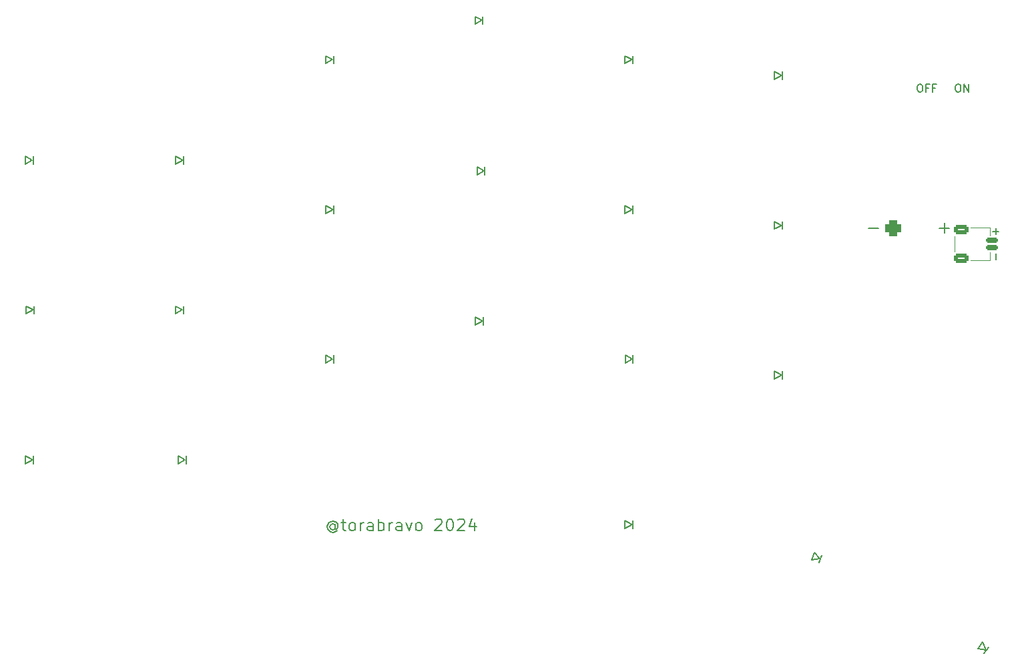
<source format=gto>
G04 #@! TF.GenerationSoftware,KiCad,Pcbnew,8.0.2-1*
G04 #@! TF.CreationDate,2024-09-12T16:13:46+03:00*
G04 #@! TF.ProjectId,pcb,7063622e-6b69-4636-9164-5f7063625858,rev?*
G04 #@! TF.SameCoordinates,Original*
G04 #@! TF.FileFunction,Legend,Top*
G04 #@! TF.FilePolarity,Positive*
%FSLAX46Y46*%
G04 Gerber Fmt 4.6, Leading zero omitted, Abs format (unit mm)*
G04 Created by KiCad (PCBNEW 8.0.2-1) date 2024-09-12 16:13:46*
%MOMM*%
%LPD*%
G01*
G04 APERTURE LIST*
G04 Aperture macros list*
%AMRoundRect*
0 Rectangle with rounded corners*
0 $1 Rounding radius*
0 $2 $3 $4 $5 $6 $7 $8 $9 X,Y pos of 4 corners*
0 Add a 4 corners polygon primitive as box body*
4,1,4,$2,$3,$4,$5,$6,$7,$8,$9,$2,$3,0*
0 Add four circle primitives for the rounded corners*
1,1,$1+$1,$2,$3*
1,1,$1+$1,$4,$5*
1,1,$1+$1,$6,$7*
1,1,$1+$1,$8,$9*
0 Add four rect primitives between the rounded corners*
20,1,$1+$1,$2,$3,$4,$5,0*
20,1,$1+$1,$4,$5,$6,$7,0*
20,1,$1+$1,$6,$7,$8,$9,0*
20,1,$1+$1,$8,$9,$2,$3,0*%
%AMRotRect*
0 Rectangle, with rotation*
0 The origin of the aperture is its center*
0 $1 length*
0 $2 width*
0 $3 Rotation angle, in degrees counterclockwise*
0 Add horizontal line*
21,1,$1,$2,0,0,$3*%
%AMOutline5P*
0 Free polygon, 5 corners , with rotation*
0 The origin of the aperture is its center*
0 number of corners: always 5*
0 $1 to $10 corner X, Y*
0 $11 Rotation angle, in degrees counterclockwise*
0 create outline with 5 corners*
4,1,5,$1,$2,$3,$4,$5,$6,$7,$8,$9,$10,$1,$2,$11*%
%AMOutline6P*
0 Free polygon, 6 corners , with rotation*
0 The origin of the aperture is its center*
0 number of corners: always 6*
0 $1 to $12 corner X, Y*
0 $13 Rotation angle, in degrees counterclockwise*
0 create outline with 6 corners*
4,1,6,$1,$2,$3,$4,$5,$6,$7,$8,$9,$10,$11,$12,$1,$2,$13*%
%AMOutline7P*
0 Free polygon, 7 corners , with rotation*
0 The origin of the aperture is its center*
0 number of corners: always 7*
0 $1 to $14 corner X, Y*
0 $15 Rotation angle, in degrees counterclockwise*
0 create outline with 7 corners*
4,1,7,$1,$2,$3,$4,$5,$6,$7,$8,$9,$10,$11,$12,$13,$14,$1,$2,$15*%
%AMOutline8P*
0 Free polygon, 8 corners , with rotation*
0 The origin of the aperture is its center*
0 number of corners: always 8*
0 $1 to $16 corner X, Y*
0 $17 Rotation angle, in degrees counterclockwise*
0 create outline with 8 corners*
4,1,8,$1,$2,$3,$4,$5,$6,$7,$8,$9,$10,$11,$12,$13,$14,$15,$16,$1,$2,$17*%
G04 Aperture macros list end*
%ADD10C,0.187500*%
%ADD11C,0.150000*%
%ADD12C,0.200000*%
%ADD13C,0.120000*%
%ADD14C,4.200000*%
%ADD15C,2.000000*%
%ADD16RoundRect,0.500000X-0.500000X0.500000X-0.500000X-0.500000X0.500000X-0.500000X0.500000X0.500000X0*%
%ADD17R,1.000000X0.800000*%
%ADD18C,0.900000*%
%ADD19R,0.700000X1.280000*%
%ADD20Outline5P,-0.350000X0.640000X0.350000X0.640000X0.350000X-0.360000X0.070000X-0.640000X-0.350000X-0.640000X180.000000*%
%ADD21RoundRect,0.150000X-0.625000X0.150000X-0.625000X-0.150000X0.625000X-0.150000X0.625000X0.150000X0*%
%ADD22RoundRect,0.250000X-0.650000X0.350000X-0.650000X-0.350000X0.650000X-0.350000X0.650000X0.350000X0*%
%ADD23RotRect,1.425000X1.300000X322.000000*%
%ADD24RotRect,1.425000X1.300000X341.000000*%
%ADD25R,1.425000X1.300000*%
%ADD26C,3.000000*%
%ADD27C,5.100000*%
%ADD28R,2.000000X2.500000*%
%ADD29O,2.750000X1.800000*%
%ADD30C,1.600000*%
%ADD31RotRect,2.000000X2.500000X322.000000*%
%ADD32RotRect,2.000000X2.500000X341.000000*%
G04 APERTURE END LIST*
D10*
X123209069Y-115783362D02*
X123137640Y-115711934D01*
X123137640Y-115711934D02*
X122994783Y-115640505D01*
X122994783Y-115640505D02*
X122851926Y-115640505D01*
X122851926Y-115640505D02*
X122709069Y-115711934D01*
X122709069Y-115711934D02*
X122637640Y-115783362D01*
X122637640Y-115783362D02*
X122566212Y-115926220D01*
X122566212Y-115926220D02*
X122566212Y-116069077D01*
X122566212Y-116069077D02*
X122637640Y-116211934D01*
X122637640Y-116211934D02*
X122709069Y-116283362D01*
X122709069Y-116283362D02*
X122851926Y-116354791D01*
X122851926Y-116354791D02*
X122994783Y-116354791D01*
X122994783Y-116354791D02*
X123137640Y-116283362D01*
X123137640Y-116283362D02*
X123209069Y-116211934D01*
X123209069Y-115640505D02*
X123209069Y-116211934D01*
X123209069Y-116211934D02*
X123280497Y-116283362D01*
X123280497Y-116283362D02*
X123351926Y-116283362D01*
X123351926Y-116283362D02*
X123494783Y-116211934D01*
X123494783Y-116211934D02*
X123566212Y-116069077D01*
X123566212Y-116069077D02*
X123566212Y-115711934D01*
X123566212Y-115711934D02*
X123423355Y-115497648D01*
X123423355Y-115497648D02*
X123209069Y-115354791D01*
X123209069Y-115354791D02*
X122923355Y-115283362D01*
X122923355Y-115283362D02*
X122637640Y-115354791D01*
X122637640Y-115354791D02*
X122423355Y-115497648D01*
X122423355Y-115497648D02*
X122280497Y-115711934D01*
X122280497Y-115711934D02*
X122209069Y-115997648D01*
X122209069Y-115997648D02*
X122280497Y-116283362D01*
X122280497Y-116283362D02*
X122423355Y-116497648D01*
X122423355Y-116497648D02*
X122637640Y-116640505D01*
X122637640Y-116640505D02*
X122923355Y-116711934D01*
X122923355Y-116711934D02*
X123209069Y-116640505D01*
X123209069Y-116640505D02*
X123423355Y-116497648D01*
X123994783Y-115497648D02*
X124566211Y-115497648D01*
X124209068Y-114997648D02*
X124209068Y-116283362D01*
X124209068Y-116283362D02*
X124280497Y-116426220D01*
X124280497Y-116426220D02*
X124423354Y-116497648D01*
X124423354Y-116497648D02*
X124566211Y-116497648D01*
X125280497Y-116497648D02*
X125137640Y-116426220D01*
X125137640Y-116426220D02*
X125066211Y-116354791D01*
X125066211Y-116354791D02*
X124994783Y-116211934D01*
X124994783Y-116211934D02*
X124994783Y-115783362D01*
X124994783Y-115783362D02*
X125066211Y-115640505D01*
X125066211Y-115640505D02*
X125137640Y-115569077D01*
X125137640Y-115569077D02*
X125280497Y-115497648D01*
X125280497Y-115497648D02*
X125494783Y-115497648D01*
X125494783Y-115497648D02*
X125637640Y-115569077D01*
X125637640Y-115569077D02*
X125709069Y-115640505D01*
X125709069Y-115640505D02*
X125780497Y-115783362D01*
X125780497Y-115783362D02*
X125780497Y-116211934D01*
X125780497Y-116211934D02*
X125709069Y-116354791D01*
X125709069Y-116354791D02*
X125637640Y-116426220D01*
X125637640Y-116426220D02*
X125494783Y-116497648D01*
X125494783Y-116497648D02*
X125280497Y-116497648D01*
X126423354Y-116497648D02*
X126423354Y-115497648D01*
X126423354Y-115783362D02*
X126494783Y-115640505D01*
X126494783Y-115640505D02*
X126566212Y-115569077D01*
X126566212Y-115569077D02*
X126709069Y-115497648D01*
X126709069Y-115497648D02*
X126851926Y-115497648D01*
X127994783Y-116497648D02*
X127994783Y-115711934D01*
X127994783Y-115711934D02*
X127923354Y-115569077D01*
X127923354Y-115569077D02*
X127780497Y-115497648D01*
X127780497Y-115497648D02*
X127494783Y-115497648D01*
X127494783Y-115497648D02*
X127351925Y-115569077D01*
X127994783Y-116426220D02*
X127851925Y-116497648D01*
X127851925Y-116497648D02*
X127494783Y-116497648D01*
X127494783Y-116497648D02*
X127351925Y-116426220D01*
X127351925Y-116426220D02*
X127280497Y-116283362D01*
X127280497Y-116283362D02*
X127280497Y-116140505D01*
X127280497Y-116140505D02*
X127351925Y-115997648D01*
X127351925Y-115997648D02*
X127494783Y-115926220D01*
X127494783Y-115926220D02*
X127851925Y-115926220D01*
X127851925Y-115926220D02*
X127994783Y-115854791D01*
X128709068Y-116497648D02*
X128709068Y-114997648D01*
X128709068Y-115569077D02*
X128851926Y-115497648D01*
X128851926Y-115497648D02*
X129137640Y-115497648D01*
X129137640Y-115497648D02*
X129280497Y-115569077D01*
X129280497Y-115569077D02*
X129351926Y-115640505D01*
X129351926Y-115640505D02*
X129423354Y-115783362D01*
X129423354Y-115783362D02*
X129423354Y-116211934D01*
X129423354Y-116211934D02*
X129351926Y-116354791D01*
X129351926Y-116354791D02*
X129280497Y-116426220D01*
X129280497Y-116426220D02*
X129137640Y-116497648D01*
X129137640Y-116497648D02*
X128851926Y-116497648D01*
X128851926Y-116497648D02*
X128709068Y-116426220D01*
X130066211Y-116497648D02*
X130066211Y-115497648D01*
X130066211Y-115783362D02*
X130137640Y-115640505D01*
X130137640Y-115640505D02*
X130209069Y-115569077D01*
X130209069Y-115569077D02*
X130351926Y-115497648D01*
X130351926Y-115497648D02*
X130494783Y-115497648D01*
X131637640Y-116497648D02*
X131637640Y-115711934D01*
X131637640Y-115711934D02*
X131566211Y-115569077D01*
X131566211Y-115569077D02*
X131423354Y-115497648D01*
X131423354Y-115497648D02*
X131137640Y-115497648D01*
X131137640Y-115497648D02*
X130994782Y-115569077D01*
X131637640Y-116426220D02*
X131494782Y-116497648D01*
X131494782Y-116497648D02*
X131137640Y-116497648D01*
X131137640Y-116497648D02*
X130994782Y-116426220D01*
X130994782Y-116426220D02*
X130923354Y-116283362D01*
X130923354Y-116283362D02*
X130923354Y-116140505D01*
X130923354Y-116140505D02*
X130994782Y-115997648D01*
X130994782Y-115997648D02*
X131137640Y-115926220D01*
X131137640Y-115926220D02*
X131494782Y-115926220D01*
X131494782Y-115926220D02*
X131637640Y-115854791D01*
X132209068Y-115497648D02*
X132566211Y-116497648D01*
X132566211Y-116497648D02*
X132923354Y-115497648D01*
X133709068Y-116497648D02*
X133566211Y-116426220D01*
X133566211Y-116426220D02*
X133494782Y-116354791D01*
X133494782Y-116354791D02*
X133423354Y-116211934D01*
X133423354Y-116211934D02*
X133423354Y-115783362D01*
X133423354Y-115783362D02*
X133494782Y-115640505D01*
X133494782Y-115640505D02*
X133566211Y-115569077D01*
X133566211Y-115569077D02*
X133709068Y-115497648D01*
X133709068Y-115497648D02*
X133923354Y-115497648D01*
X133923354Y-115497648D02*
X134066211Y-115569077D01*
X134066211Y-115569077D02*
X134137640Y-115640505D01*
X134137640Y-115640505D02*
X134209068Y-115783362D01*
X134209068Y-115783362D02*
X134209068Y-116211934D01*
X134209068Y-116211934D02*
X134137640Y-116354791D01*
X134137640Y-116354791D02*
X134066211Y-116426220D01*
X134066211Y-116426220D02*
X133923354Y-116497648D01*
X133923354Y-116497648D02*
X133709068Y-116497648D01*
X135923354Y-115140505D02*
X135994782Y-115069077D01*
X135994782Y-115069077D02*
X136137640Y-114997648D01*
X136137640Y-114997648D02*
X136494782Y-114997648D01*
X136494782Y-114997648D02*
X136637640Y-115069077D01*
X136637640Y-115069077D02*
X136709068Y-115140505D01*
X136709068Y-115140505D02*
X136780497Y-115283362D01*
X136780497Y-115283362D02*
X136780497Y-115426220D01*
X136780497Y-115426220D02*
X136709068Y-115640505D01*
X136709068Y-115640505D02*
X135851925Y-116497648D01*
X135851925Y-116497648D02*
X136780497Y-116497648D01*
X137709068Y-114997648D02*
X137851925Y-114997648D01*
X137851925Y-114997648D02*
X137994782Y-115069077D01*
X137994782Y-115069077D02*
X138066211Y-115140505D01*
X138066211Y-115140505D02*
X138137639Y-115283362D01*
X138137639Y-115283362D02*
X138209068Y-115569077D01*
X138209068Y-115569077D02*
X138209068Y-115926220D01*
X138209068Y-115926220D02*
X138137639Y-116211934D01*
X138137639Y-116211934D02*
X138066211Y-116354791D01*
X138066211Y-116354791D02*
X137994782Y-116426220D01*
X137994782Y-116426220D02*
X137851925Y-116497648D01*
X137851925Y-116497648D02*
X137709068Y-116497648D01*
X137709068Y-116497648D02*
X137566211Y-116426220D01*
X137566211Y-116426220D02*
X137494782Y-116354791D01*
X137494782Y-116354791D02*
X137423353Y-116211934D01*
X137423353Y-116211934D02*
X137351925Y-115926220D01*
X137351925Y-115926220D02*
X137351925Y-115569077D01*
X137351925Y-115569077D02*
X137423353Y-115283362D01*
X137423353Y-115283362D02*
X137494782Y-115140505D01*
X137494782Y-115140505D02*
X137566211Y-115069077D01*
X137566211Y-115069077D02*
X137709068Y-114997648D01*
X138780496Y-115140505D02*
X138851924Y-115069077D01*
X138851924Y-115069077D02*
X138994782Y-114997648D01*
X138994782Y-114997648D02*
X139351924Y-114997648D01*
X139351924Y-114997648D02*
X139494782Y-115069077D01*
X139494782Y-115069077D02*
X139566210Y-115140505D01*
X139566210Y-115140505D02*
X139637639Y-115283362D01*
X139637639Y-115283362D02*
X139637639Y-115426220D01*
X139637639Y-115426220D02*
X139566210Y-115640505D01*
X139566210Y-115640505D02*
X138709067Y-116497648D01*
X138709067Y-116497648D02*
X139637639Y-116497648D01*
X140923353Y-115497648D02*
X140923353Y-116497648D01*
X140566210Y-114926220D02*
X140209067Y-115997648D01*
X140209067Y-115997648D02*
X141137638Y-115997648D01*
D11*
X202130952Y-59840865D02*
X202321428Y-59840865D01*
X202321428Y-59840865D02*
X202416666Y-59888484D01*
X202416666Y-59888484D02*
X202511904Y-59983722D01*
X202511904Y-59983722D02*
X202559523Y-60174198D01*
X202559523Y-60174198D02*
X202559523Y-60507531D01*
X202559523Y-60507531D02*
X202511904Y-60698007D01*
X202511904Y-60698007D02*
X202416666Y-60793246D01*
X202416666Y-60793246D02*
X202321428Y-60840865D01*
X202321428Y-60840865D02*
X202130952Y-60840865D01*
X202130952Y-60840865D02*
X202035714Y-60793246D01*
X202035714Y-60793246D02*
X201940476Y-60698007D01*
X201940476Y-60698007D02*
X201892857Y-60507531D01*
X201892857Y-60507531D02*
X201892857Y-60174198D01*
X201892857Y-60174198D02*
X201940476Y-59983722D01*
X201940476Y-59983722D02*
X202035714Y-59888484D01*
X202035714Y-59888484D02*
X202130952Y-59840865D01*
X202988095Y-60840865D02*
X202988095Y-59840865D01*
X202988095Y-59840865D02*
X203559523Y-60840865D01*
X203559523Y-60840865D02*
X203559523Y-59840865D01*
X197297619Y-59840865D02*
X197488095Y-59840865D01*
X197488095Y-59840865D02*
X197583333Y-59888484D01*
X197583333Y-59888484D02*
X197678571Y-59983722D01*
X197678571Y-59983722D02*
X197726190Y-60174198D01*
X197726190Y-60174198D02*
X197726190Y-60507531D01*
X197726190Y-60507531D02*
X197678571Y-60698007D01*
X197678571Y-60698007D02*
X197583333Y-60793246D01*
X197583333Y-60793246D02*
X197488095Y-60840865D01*
X197488095Y-60840865D02*
X197297619Y-60840865D01*
X197297619Y-60840865D02*
X197202381Y-60793246D01*
X197202381Y-60793246D02*
X197107143Y-60698007D01*
X197107143Y-60698007D02*
X197059524Y-60507531D01*
X197059524Y-60507531D02*
X197059524Y-60174198D01*
X197059524Y-60174198D02*
X197107143Y-59983722D01*
X197107143Y-59983722D02*
X197202381Y-59888484D01*
X197202381Y-59888484D02*
X197297619Y-59840865D01*
X198488095Y-60317055D02*
X198154762Y-60317055D01*
X198154762Y-60840865D02*
X198154762Y-59840865D01*
X198154762Y-59840865D02*
X198630952Y-59840865D01*
X199345238Y-60317055D02*
X199011905Y-60317055D01*
X199011905Y-60840865D02*
X199011905Y-59840865D01*
X199011905Y-59840865D02*
X199488095Y-59840865D01*
D12*
X201135000Y-78115970D02*
X199865000Y-78115970D01*
X200500000Y-78750970D02*
X200500000Y-77480970D01*
X192135000Y-78115970D02*
X190865000Y-78115970D01*
D13*
X206285000Y-78005970D02*
X206285000Y-79055970D01*
X203785000Y-78005970D02*
X206285000Y-78005970D01*
D12*
X207000000Y-78115970D02*
X207000000Y-78915970D01*
X207400000Y-78515970D02*
X206600000Y-78515970D01*
D13*
X201815000Y-79175970D02*
X201815000Y-81055970D01*
D12*
X207000000Y-81315970D02*
X207000000Y-82115970D01*
D13*
X206285000Y-82225970D02*
X206285000Y-81175970D01*
X203785000Y-82225970D02*
X206285000Y-82225970D01*
D12*
X205494744Y-132043301D02*
X206110405Y-131255290D01*
X204706733Y-131427640D02*
X205723773Y-131587730D01*
X205723773Y-131587730D02*
X205322394Y-130639629D01*
X204706733Y-131427640D02*
X205322394Y-130639629D01*
X184619861Y-120544560D02*
X184945429Y-119599042D01*
X183674343Y-120218992D02*
X184688093Y-120039244D01*
X184688093Y-120039244D02*
X183999911Y-119273474D01*
X183674343Y-120218992D02*
X183999911Y-119273474D01*
X179962500Y-97240970D02*
X179962500Y-96240970D01*
X178962500Y-97240970D02*
X179862500Y-96740970D01*
X179862500Y-96740970D02*
X178962500Y-96240970D01*
X178962500Y-97240970D02*
X178962500Y-96240970D01*
X160962500Y-116240970D02*
X160962500Y-115240970D01*
X159962500Y-116240970D02*
X160862500Y-115740970D01*
X160862500Y-115740970D02*
X159962500Y-115240970D01*
X159962500Y-116240970D02*
X159962500Y-115240970D01*
X104000000Y-69990970D02*
X104000000Y-68990970D01*
X103000000Y-69990970D02*
X103900000Y-69490970D01*
X103900000Y-69490970D02*
X103000000Y-68990970D01*
X103000000Y-69990970D02*
X103000000Y-68990970D01*
X103962500Y-88990970D02*
X103962500Y-87990970D01*
X102962500Y-88990970D02*
X103862500Y-88490970D01*
X103862500Y-88490970D02*
X102962500Y-87990970D01*
X102962500Y-88990970D02*
X102962500Y-87990970D01*
X161000000Y-95240970D02*
X161000000Y-94240970D01*
X160000000Y-95240970D02*
X160900000Y-94740970D01*
X160900000Y-94740970D02*
X160000000Y-94240970D01*
X160000000Y-95240970D02*
X160000000Y-94240970D01*
X179962500Y-59240970D02*
X179962500Y-58240970D01*
X178962500Y-59240970D02*
X179862500Y-58740970D01*
X179862500Y-58740970D02*
X178962500Y-58240970D01*
X178962500Y-59240970D02*
X178962500Y-58240970D01*
X85000000Y-88990970D02*
X85000000Y-87990970D01*
X84000000Y-88990970D02*
X84900000Y-88490970D01*
X84900000Y-88490970D02*
X84000000Y-87990970D01*
X84000000Y-88990970D02*
X84000000Y-87990970D01*
X179962500Y-78240970D02*
X179962500Y-77240970D01*
X178962500Y-78240970D02*
X179862500Y-77740970D01*
X179862500Y-77740970D02*
X178962500Y-77240970D01*
X178962500Y-78240970D02*
X178962500Y-77240970D01*
X141962500Y-52240970D02*
X141962500Y-51240970D01*
X140962500Y-52240970D02*
X141862500Y-51740970D01*
X141862500Y-51740970D02*
X140962500Y-51240970D01*
X140962500Y-52240970D02*
X140962500Y-51240970D01*
X142212500Y-71365970D02*
X142212500Y-70365970D01*
X141212500Y-71365970D02*
X142112500Y-70865970D01*
X142112500Y-70865970D02*
X141212500Y-70365970D01*
X141212500Y-71365970D02*
X141212500Y-70365970D01*
X160962500Y-57240970D02*
X160962500Y-56240970D01*
X159962500Y-57240970D02*
X160862500Y-56740970D01*
X160862500Y-56740970D02*
X159962500Y-56240970D01*
X159962500Y-57240970D02*
X159962500Y-56240970D01*
X123000000Y-57240970D02*
X123000000Y-56240970D01*
X122000000Y-57240970D02*
X122900000Y-56740970D01*
X122900000Y-56740970D02*
X122000000Y-56240970D01*
X122000000Y-57240970D02*
X122000000Y-56240970D01*
X84962500Y-107990970D02*
X84962500Y-106990970D01*
X83962500Y-107990970D02*
X84862500Y-107490970D01*
X84862500Y-107490970D02*
X83962500Y-106990970D01*
X83962500Y-107990970D02*
X83962500Y-106990970D01*
X160962500Y-76240970D02*
X160962500Y-75240970D01*
X159962500Y-76240970D02*
X160862500Y-75740970D01*
X160862500Y-75740970D02*
X159962500Y-75240970D01*
X159962500Y-76240970D02*
X159962500Y-75240970D01*
X123037500Y-76240970D02*
X123037500Y-75240970D01*
X122037500Y-76240970D02*
X122937500Y-75740970D01*
X122937500Y-75740970D02*
X122037500Y-75240970D01*
X122037500Y-76240970D02*
X122037500Y-75240970D01*
X123000000Y-95240970D02*
X123000000Y-94240970D01*
X122000000Y-95240970D02*
X122900000Y-94740970D01*
X122900000Y-94740970D02*
X122000000Y-94240970D01*
X122000000Y-95240970D02*
X122000000Y-94240970D01*
X104287500Y-107990970D02*
X104287500Y-106990970D01*
X103287500Y-107990970D02*
X104187500Y-107490970D01*
X104187500Y-107490970D02*
X103287500Y-106990970D01*
X103287500Y-107990970D02*
X103287500Y-106990970D01*
X84900000Y-69990970D02*
X84900000Y-68990970D01*
X83900000Y-69990970D02*
X84800000Y-69490970D01*
X84800000Y-69490970D02*
X83900000Y-68990970D01*
X83900000Y-69990970D02*
X83900000Y-68990970D01*
X142000000Y-90365970D02*
X142000000Y-89365970D01*
X141000000Y-90365970D02*
X141900000Y-89865970D01*
X141900000Y-89865970D02*
X141000000Y-89365970D01*
X141000000Y-90365970D02*
X141000000Y-89365970D01*
%LPC*%
D14*
X141500000Y-67000000D03*
X141500000Y-112000000D03*
D15*
X198000000Y-78115970D03*
D16*
X194000000Y-78115970D03*
D17*
X204150000Y-55776046D03*
X204150000Y-57996046D03*
D18*
X202000000Y-56886046D03*
X199000000Y-56886046D03*
D17*
X196850000Y-55776046D03*
X196850000Y-57996046D03*
D19*
X202750000Y-58756046D03*
D20*
X199750000Y-58756046D03*
D19*
X198250000Y-58756046D03*
D21*
X206500000Y-79615970D03*
X206500000Y-80615970D03*
D22*
X202625000Y-78315970D03*
X202625000Y-81915970D03*
D23*
X206817138Y-132441960D03*
X204000000Y-130240970D03*
D24*
X186000000Y-120490970D03*
X182619772Y-119327064D03*
D25*
X181250000Y-96740970D03*
X177675000Y-96740970D03*
X162250000Y-115740970D03*
X158675000Y-115740970D03*
X105287500Y-69490970D03*
X101712500Y-69490970D03*
X105250000Y-88490970D03*
X101675000Y-88490970D03*
X162287500Y-94740970D03*
X158712500Y-94740970D03*
X181250000Y-58740970D03*
X177675000Y-58740970D03*
X86287500Y-88490970D03*
X82712500Y-88490970D03*
X181250000Y-77740970D03*
X177675000Y-77740970D03*
X143250000Y-51740970D03*
X139675000Y-51740970D03*
X143500000Y-70865970D03*
X139925000Y-70865970D03*
X162250000Y-56740970D03*
X158675000Y-56740970D03*
X124287500Y-56740970D03*
X120712500Y-56740970D03*
X86250000Y-107490970D03*
X82675000Y-107490970D03*
X162250000Y-75740970D03*
X158675000Y-75740970D03*
X124325000Y-75740970D03*
X120750000Y-75740970D03*
X124287500Y-94740970D03*
X120712500Y-94740970D03*
X105575000Y-107490970D03*
X102000000Y-107490970D03*
X86187500Y-69490970D03*
X82612500Y-69490970D03*
X143287500Y-89865970D03*
X139712500Y-89865970D03*
D26*
X80100000Y-80200000D03*
X81900000Y-81250000D03*
D27*
X84500000Y-75500000D03*
D26*
X87100000Y-81250000D03*
X88900000Y-80200000D03*
D28*
X78300000Y-81250000D03*
X92500000Y-80200000D03*
D26*
X118100000Y-67200000D03*
X119900000Y-68250000D03*
D27*
X122500000Y-62500000D03*
D26*
X125100000Y-68250000D03*
X126900000Y-67200000D03*
D28*
X116300000Y-68250000D03*
X130500000Y-67200000D03*
D26*
X118100000Y-86200000D03*
X119900000Y-87250000D03*
D27*
X122500000Y-81500000D03*
D26*
X125100000Y-87250000D03*
X126900000Y-86200000D03*
D28*
X116300000Y-87250000D03*
X130500000Y-86200000D03*
D14*
X94000000Y-112000000D03*
X94000000Y-72000000D03*
D26*
X99100000Y-80200000D03*
X100900000Y-81250000D03*
D27*
X103500000Y-75500000D03*
D26*
X106100000Y-81250000D03*
X107900000Y-80200000D03*
D28*
X97300000Y-81250000D03*
X111500000Y-80200000D03*
D14*
X197400000Y-121090970D03*
D26*
X80100000Y-99190970D03*
X81900000Y-100240970D03*
D27*
X84500000Y-94490970D03*
D26*
X87100000Y-100240970D03*
X88900000Y-99190970D03*
D28*
X78300000Y-100240970D03*
X92500000Y-99190970D03*
D29*
X192405040Y-58496046D03*
X192405040Y-61036046D03*
X192405040Y-63576046D03*
X192405040Y-66116046D03*
X192405040Y-68656046D03*
X192405040Y-71196046D03*
X192405040Y-73736046D03*
X208594960Y-73736046D03*
X208594960Y-71196046D03*
X208594960Y-68656046D03*
X208594960Y-66116046D03*
X208594960Y-63576046D03*
X208594960Y-61036046D03*
X208594960Y-58496046D03*
D30*
X196055000Y-65799046D03*
X204945000Y-65799046D03*
X196055000Y-63894046D03*
X204945000Y-63894046D03*
D28*
X187500000Y-69200000D03*
X173300000Y-70250000D03*
D26*
X183900000Y-69200000D03*
X182100000Y-70250000D03*
D27*
X179500000Y-64500000D03*
D26*
X176900000Y-70250000D03*
X175100000Y-69200000D03*
X156100000Y-105200000D03*
X157900000Y-106250000D03*
D27*
X160500000Y-100500000D03*
D26*
X163100000Y-106250000D03*
X164900000Y-105200000D03*
D28*
X154300000Y-106250000D03*
X168500000Y-105200000D03*
D26*
X156100000Y-86200000D03*
X157900000Y-87250000D03*
D27*
X160500000Y-81500000D03*
D26*
X163100000Y-87250000D03*
X164900000Y-86200000D03*
D28*
X154300000Y-87250000D03*
X168500000Y-86200000D03*
X111500000Y-99190970D03*
X97300000Y-100240970D03*
D26*
X107900000Y-99190970D03*
X106100000Y-100240970D03*
D27*
X103500000Y-94490970D03*
D26*
X100900000Y-100240970D03*
X99100000Y-99190970D03*
D28*
X149500000Y-62190970D03*
X135300000Y-63240970D03*
D26*
X145900000Y-62190970D03*
X144100000Y-63240970D03*
D27*
X141500000Y-57490970D03*
D26*
X138900000Y-63240970D03*
X137100000Y-62190970D03*
D28*
X168500000Y-126190970D03*
X154300000Y-127240970D03*
D26*
X164900000Y-126190970D03*
X163100000Y-127240970D03*
D27*
X160500000Y-121490970D03*
D26*
X157900000Y-127240970D03*
X156100000Y-126190970D03*
X137100000Y-100200000D03*
X138900000Y-101250000D03*
D27*
X141500000Y-95500000D03*
D26*
X144100000Y-101250000D03*
X145900000Y-100200000D03*
D28*
X135300000Y-101250000D03*
X149500000Y-100200000D03*
D26*
X99100000Y-118200000D03*
X100900000Y-119250000D03*
D27*
X103500000Y-113500000D03*
D26*
X106100000Y-119250000D03*
X107900000Y-118200000D03*
D28*
X97300000Y-119250000D03*
X111500000Y-118200000D03*
D26*
X80100000Y-118190970D03*
X81900000Y-119240970D03*
D27*
X84500000Y-113490970D03*
D26*
X87100000Y-119240970D03*
X88900000Y-118190970D03*
D28*
X78300000Y-119240970D03*
X92500000Y-118190970D03*
D26*
X137100000Y-81190970D03*
X138900000Y-82240970D03*
D27*
X141500000Y-76490970D03*
D26*
X144100000Y-82240970D03*
X145900000Y-81190970D03*
D28*
X135300000Y-82240970D03*
X149500000Y-81190970D03*
D26*
X175100000Y-88200000D03*
X176900000Y-89250000D03*
D27*
X179500000Y-83500000D03*
D26*
X182100000Y-89250000D03*
X183900000Y-88200000D03*
D28*
X173300000Y-89250000D03*
X187500000Y-88200000D03*
D26*
X118100000Y-105200000D03*
X119900000Y-106250000D03*
D27*
X122500000Y-100500000D03*
D26*
X125100000Y-106250000D03*
X126900000Y-105200000D03*
D28*
X116300000Y-106250000D03*
X130500000Y-105200000D03*
D26*
X195706282Y-136936700D03*
X196478257Y-138872302D03*
D27*
X202067138Y-135941960D03*
D26*
X200575912Y-142073742D03*
X202640777Y-142354521D03*
D31*
X193641417Y-136655921D03*
X205477615Y-144570902D03*
D26*
X176809548Y-128252408D03*
X178169634Y-129831225D03*
D27*
X182500000Y-125240970D03*
D26*
X183086332Y-131524179D03*
X185130111Y-131117407D03*
D32*
X174765768Y-128659179D03*
X188533978Y-132289453D03*
D28*
X187500000Y-107200000D03*
X173300000Y-108250000D03*
D26*
X183900000Y-107200000D03*
X182100000Y-108250000D03*
D27*
X179500000Y-102500000D03*
D26*
X176900000Y-108250000D03*
X175100000Y-107200000D03*
X156100000Y-67200000D03*
X157900000Y-68250000D03*
D27*
X160500000Y-62500000D03*
D26*
X163100000Y-68250000D03*
X164900000Y-67200000D03*
D28*
X154300000Y-68250000D03*
X168500000Y-67200000D03*
D14*
X184400000Y-73890970D03*
%LPD*%
M02*

</source>
